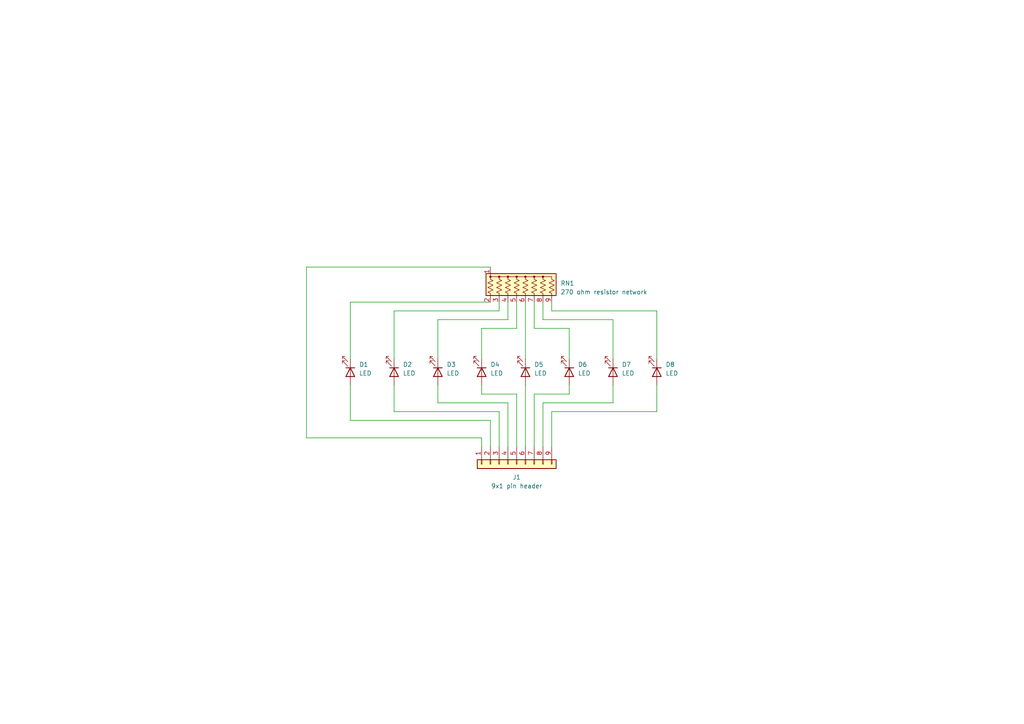
<source format=kicad_sch>
(kicad_sch (version 20230121) (generator eeschema)
  (paper "A4")
  (title_block (title "Breadboard LED Array") (date "2023-05-13") (rev "0"))
  (lib_symbols
    (symbol "Connector_Generic:Conn_01x09" (pin_names (offset 1.016) hide)
      (property "Reference" "J" (at 0 12.7 0))
      (property "Value" "Conn_01x09" (at 0 -12.7 0))
      (symbol "Conn_01x09_1_1"
        (rectangle (start -1.27 -10.033) (end 0 -10.287) (stroke (width 0.1524)))
        (rectangle (start -1.27 -7.493) (end 0 -7.747) (stroke (width 0.1524)))
        (rectangle (start -1.27 -4.953) (end 0 -5.207) (stroke (width 0.1524)))
        (rectangle (start -1.27 -2.413) (end 0 -2.667) (stroke (width 0.1524)))
        (rectangle (start -1.27 0.127) (end 0 -0.127) (stroke (width 0.1524)))
        (rectangle (start -1.27 2.667) (end 0 2.413) (stroke (width 0.1524)))
        (rectangle (start -1.27 5.207) (end 0 4.953) (stroke (width 0.1524)))
        (rectangle (start -1.27 7.747) (end 0 7.493) (stroke (width 0.1524)))
        (rectangle (start -1.27 10.287) (end 0 10.033) (stroke (width 0.1524)))
        (rectangle (start -1.27 11.43) (end 1.27 -11.43) (stroke (width 0.254)) (fill (type background)))
        (pin passive line (at -5.08 10.16 0) (length 3.81) (name "Pin_1") (number "1"))
        (pin passive line (at -5.08 7.62 0) (length 3.81) (name "Pin_2") (number "2"))
        (pin passive line (at -5.08 5.08 0) (length 3.81) (name "Pin_3") (number "3"))
        (pin passive line (at -5.08 2.54 0) (length 3.81) (name "Pin_4") (number "4"))
        (pin passive line (at -5.08 0 0) (length 3.81) (name "Pin_5") (number "5"))
        (pin passive line (at -5.08 -2.54 0) (length 3.81) (name "Pin_6") (number "6"))
        (pin passive line (at -5.08 -5.08 0) (length 3.81) (name "Pin_7") (number "7"))
        (pin passive line (at -5.08 -7.62 0) (length 3.81) (name "Pin_8") (number "8"))
        (pin passive line (at -5.08 -10.16 0) (length 3.81) (name "Pin_9") (number "9"))
      )
    )
    (symbol "Device:LED" (pin_numbers hide) (pin_names (offset 1.016) hide)
      (property "Reference" "D" (at 0 2.54 0))
      (property "Value" "LED" (at 0 -2.54 0))
      (symbol "LED_0_1"
        (polyline (pts (xy -1.27 -1.27) (xy -1.27 1.27)) (stroke (width 0.254)))
        (polyline (pts (xy -1.27 0) (xy 1.27 0)))
        (polyline (pts (xy 1.27 -1.27) (xy 1.27 1.27) (xy -1.27 0) (xy 1.27 -1.27)) (stroke (width 0.254)))
        (polyline (pts (xy -3.048 -0.762) (xy -4.572 -2.286) (xy -3.81 -2.286) (xy -4.572 -2.286) (xy -4.572 -1.524)))
        (polyline (pts (xy -1.778 -0.762) (xy -3.302 -2.286) (xy -2.54 -2.286) (xy -3.302 -2.286) (xy -3.302 -1.524)))
      )
      (symbol "LED_1_1"
        (pin passive line (at -3.81 0 0) (length 2.54) (name "K") (number "1"))
        (pin passive line (at 3.81 0 180) (length 2.54) (name "A") (number "2"))
      )
    )
    (symbol "Device:R_Network08_US" (pin_names (offset 0) hide)
      (property "Reference" "RN" (at -12.7 0 90))
      (property "Value" "R_Network08_US" (at 10.16 0 90))
      (symbol "R_Network08_US_0_1"
        (rectangle (start -11.43 -3.175) (end 8.89 3.175) (stroke (width 0.254)) (fill (type background)))
        (circle (center -10.16 2.286) (radius 0.254) (fill (type outline)))
        (circle (center -7.62 2.286) (radius 0.254) (fill (type outline)))
        (circle (center -5.08 2.286) (radius 0.254) (fill (type outline)))
        (circle (center -2.54 2.286) (radius 0.254) (fill (type outline)))
        (polyline (pts (xy -10.16 2.286) (xy 7.62 2.286)))
        (polyline (pts (xy -10.16 2.286) (xy -10.16 1.524) (xy -9.398 1.1684) (xy -10.922 0.508) (xy -9.398 -0.1524) (xy -10.922 -0.8382) (xy -9.398 -1.524) (xy -10.922 -2.1844) (xy -10.16 -2.54) (xy -10.16 -3.81)))
        (polyline (pts (xy -7.62 2.286) (xy -7.62 1.524) (xy -6.858 1.1684) (xy -8.382 0.508) (xy -6.858 -0.1524) (xy -8.382 -0.8382) (xy -6.858 -1.524) (xy -8.382 -2.1844) (xy -7.62 -2.54) (xy -7.62 -3.81)))
        (polyline (pts (xy -5.08 2.286) (xy -5.08 1.524) (xy -4.318 1.1684) (xy -5.842 0.508) (xy -4.318 -0.1524) (xy -5.842 -0.8382) (xy -4.318 -1.524) (xy -5.842 -2.1844) (xy -5.08 -2.54) (xy -5.08 -3.81)))
        (polyline (pts (xy -2.54 2.286) (xy -2.54 1.524) (xy -1.778 1.1684) (xy -3.302 0.508) (xy -1.778 -0.1524) (xy -3.302 -0.8382) (xy -1.778 -1.524) (xy -3.302 -2.1844) (xy -2.54 -2.54) (xy -2.54 -3.81)))
        (polyline (pts (xy 0 2.286) (xy 0 1.524) (xy 0.762 1.1684) (xy -0.762 0.508) (xy 0.762 -0.1524) (xy -0.762 -0.8382) (xy 0.762 -1.524) (xy -0.762 -2.1844) (xy 0 -2.54) (xy 0 -3.81)))
        (polyline (pts (xy 2.54 2.286) (xy 2.54 1.524) (xy 3.302 1.1684) (xy 1.778 0.508) (xy 3.302 -0.1524) (xy 1.778 -0.8382) (xy 3.302 -1.524) (xy 1.778 -2.1844) (xy 2.54 -2.54) (xy 2.54 -3.81)))
        (polyline (pts (xy 5.08 2.286) (xy 5.08 1.524) (xy 5.842 1.1684) (xy 4.318 0.508) (xy 5.842 -0.1524) (xy 4.318 -0.8382) (xy 5.842 -1.524) (xy 4.318 -2.1844) (xy 5.08 -2.54) (xy 5.08 -3.81)))
        (polyline (pts (xy 7.62 2.286) (xy 7.62 1.524) (xy 8.382 1.1684) (xy 6.858 0.508) (xy 8.382 -0.1524) (xy 6.858 -0.8382) (xy 8.382 -1.524) (xy 6.858 -2.1844) (xy 7.62 -2.54) (xy 7.62 -3.81)))
        (circle (center 0 2.286) (radius 0.254) (fill (type outline)))
        (circle (center 2.54 2.286) (radius 0.254) (fill (type outline)))
        (circle (center 5.08 2.286) (radius 0.254) (fill (type outline)))
      )
      (symbol "R_Network08_US_1_1"
        (pin passive line (at -10.16 5.08 270) (length 2.54) (name "common") (number "1"))
        (pin passive line (at -10.16 -5.08 90) (length 1.27) (name "R1") (number "2"))
        (pin passive line (at -7.62 -5.08 90) (length 1.27) (name "R2") (number "3"))
        (pin passive line (at -5.08 -5.08 90) (length 1.27) (name "R3") (number "4"))
        (pin passive line (at -2.54 -5.08 90) (length 1.27) (name "R4") (number "5"))
        (pin passive line (at 0 -5.08 90) (length 1.27) (name "R5") (number "6"))
        (pin passive line (at 2.54 -5.08 90) (length 1.27) (name "R6") (number "7"))
        (pin passive line (at 5.08 -5.08 90) (length 1.27) (name "R7") (number "8"))
        (pin passive line (at 7.62 -5.08 90) (length 1.27) (name "R8") (number "9"))
      )
    )
  )
  (wire (pts (xy 139.7 111.76) (xy 139.7 114.3)))
  (wire (pts (xy 165.1 114.3) (xy 154.94 114.3)))
  (wire (pts (xy 127 116.84) (xy 147.32 116.84)))
  (wire (pts (xy 149.86 114.3) (xy 149.86 129.54)))
  (wire (pts (xy 149.86 95.25) (xy 149.86 87.63)))
  (wire (pts (xy 142.24 77.47) (xy 88.9 77.47)))
  (wire (pts (xy 114.3 90.17) (xy 144.78 90.17)))
  (wire (pts (xy 157.48 116.84) (xy 157.48 129.54)))
  (wire (pts (xy 157.48 87.63) (xy 157.48 92.71)))
  (wire (pts (xy 144.78 119.38) (xy 114.3 119.38)))
  (wire (pts (xy 147.32 116.84) (xy 147.32 129.54)))
  (wire (pts (xy 139.7 104.14) (xy 139.7 95.25)))
  (wire (pts (xy 190.5 119.38) (xy 160.02 119.38)))
  (wire (pts (xy 165.1 111.76) (xy 165.1 114.3)))
  (wire (pts (xy 139.7 114.3) (xy 149.86 114.3)))
  (wire (pts (xy 127 92.71) (xy 147.32 92.71)))
  (wire (pts (xy 152.4 111.76) (xy 152.4 129.54)))
  (wire (pts (xy 101.6 87.63) (xy 101.6 104.14)))
  (wire (pts (xy 101.6 121.92) (xy 101.6 111.76)))
  (wire (pts (xy 177.8 104.14) (xy 177.8 92.71)))
  (wire (pts (xy 190.5 104.14) (xy 190.5 90.17)))
  (wire (pts (xy 160.02 119.38) (xy 160.02 129.54)))
  (wire (pts (xy 127 104.14) (xy 127 92.71)))
  (wire (pts (xy 101.6 87.63) (xy 142.24 87.63)))
  (wire (pts (xy 147.32 87.63) (xy 147.32 92.71)))
  (wire (pts (xy 154.94 95.25) (xy 154.94 87.63)))
  (wire (pts (xy 190.5 90.17) (xy 160.02 90.17)))
  (wire (pts (xy 177.8 92.71) (xy 157.48 92.71)))
  (wire (pts (xy 114.3 119.38) (xy 114.3 111.76)))
  (wire (pts (xy 190.5 111.76) (xy 190.5 119.38)))
  (wire (pts (xy 177.8 111.76) (xy 177.8 116.84)))
  (wire (pts (xy 101.6 121.92) (xy 142.24 121.92)))
  (wire (pts (xy 144.78 90.17) (xy 144.78 87.63)))
  (wire (pts (xy 165.1 104.14) (xy 165.1 95.25)))
  (wire (pts (xy 177.8 116.84) (xy 157.48 116.84)))
  (wire (pts (xy 139.7 127) (xy 139.7 129.54)))
  (wire (pts (xy 160.02 90.17) (xy 160.02 87.63)))
  (wire (pts (xy 114.3 104.14) (xy 114.3 90.17)))
  (wire (pts (xy 88.9 77.47) (xy 88.9 127)))
  (wire (pts (xy 165.1 95.25) (xy 154.94 95.25)))
  (wire (pts (xy 127 111.76) (xy 127 116.84)))
  (wire (pts (xy 142.24 121.92) (xy 142.24 129.54)))
  (wire (pts (xy 154.94 114.3) (xy 154.94 129.54)))
  (wire (pts (xy 88.9 127) (xy 139.7 127)))
  (wire (pts (xy 144.78 129.54) (xy 144.78 119.38)))
  (wire (pts (xy 139.7 95.25) (xy 149.86 95.25)))
  (wire (pts (xy 152.4 87.63) (xy 152.4 104.14)))
  (symbol (lib_id "Device:R_Network08_US") (at 152.4 82.55 0) (unit 1)
    (property "Reference" "RN1" (at 162.56 82.169 0) (effects (justify left)))
    (property "Value" "270 ohm resistor network" (at 162.56 84.709 0) (effects (justify left)))
    (property "Footprint" "Resistor_THT:R_Array_SIP9" (effects hide))
    (property "Datasheet" "http://www.vishay.com/docs/31509/csc.pdf" (effects hide))
  )
  (symbol (lib_id "Device:LED") (at 165.1 107.95 270) (unit 1)
    (property "Reference" "D6" (at 167.64 105.7275 90) (effects (justify left)))
    (property "Value" "LED" (at 167.64 108.2675 90) (effects (justify left)))
    (property "Footprint" "LED_THT:LED_Rectangular_W5.0mm_H2.0mm" (effects hide))
  )
  (symbol (lib_id "Device:LED") (at 177.8 107.95 270) (unit 1)
    (property "Reference" "D7" (at 180.34 105.7275 90) (effects (justify left)))
    (property "Value" "LED" (at 180.34 108.2675 90) (effects (justify left)))
    (property "Footprint" "LED_THT:LED_Rectangular_W5.0mm_H2.0mm" (effects hide))
  )
  (symbol (lib_id "Connector_Generic:Conn_01x09") (at 149.86 134.62 90) (mirror x) (unit 1)
    (property "Reference" "J1" (at 149.86 138.43 90))
    (property "Value" "9x1 pin header" (at 149.86 140.97 90))
    (property "Footprint" "Connector_PinHeader_2.54mm:PinHeader_1x09_P2.54mm_Horizontal" (effects hide))
  )
  (symbol (lib_id "Device:LED") (at 139.7 107.95 270) (unit 1)
    (property "Reference" "D4" (at 142.24 105.7275 90) (effects (justify left)))
    (property "Value" "LED" (at 142.24 108.2675 90) (effects (justify left)))
    (property "Footprint" "LED_THT:LED_Rectangular_W5.0mm_H2.0mm" (effects hide))
  )
  (symbol (lib_id "Device:LED") (at 101.6 107.95 270) (unit 1)
    (property "Reference" "D1" (at 104.14 105.7275 90) (effects (justify left)))
    (property "Value" "LED" (at 104.14 108.2675 90) (effects (justify left)))
    (property "Footprint" "LED_THT:LED_Rectangular_W5.0mm_H2.0mm" (effects hide))
  )
  (symbol (lib_id "Device:LED") (at 114.3 107.95 270) (unit 1)
    (property "Reference" "D2" (at 116.84 105.7275 90) (effects (justify left)))
    (property "Value" "LED" (at 116.84 108.2675 90) (effects (justify left)))
    (property "Footprint" "LED_THT:LED_Rectangular_W5.0mm_H2.0mm" (effects hide))
  )
  (symbol (lib_id "Device:LED") (at 127 107.95 270) (unit 1)
    (property "Reference" "D3" (at 129.54 105.7275 90) (effects (justify left)))
    (property "Value" "LED" (at 129.54 108.2675 90) (effects (justify left)))
    (property "Footprint" "LED_THT:LED_Rectangular_W5.0mm_H2.0mm" (effects hide))
  )
  (symbol (lib_id "Device:LED") (at 190.5 107.95 270) (unit 1)
    (property "Reference" "D8" (at 193.04 105.7275 90) (effects (justify left)))
    (property "Value" "LED" (at 193.04 108.2675 90) (effects (justify left)))
    (property "Footprint" "LED_THT:LED_Rectangular_W5.0mm_H2.0mm" (effects hide))
  )
  (symbol (lib_id "Device:LED") (at 152.4 107.95 270) (unit 1)
    (property "Reference" "D5" (at 154.94 105.7275 90) (effects (justify left)))
    (property "Value" "LED" (at 154.94 108.2675 90) (effects (justify left)))
    (property "Footprint" "LED_THT:LED_Rectangular_W5.0mm_H2.0mm" (effects hide))
  )
)
</source>
